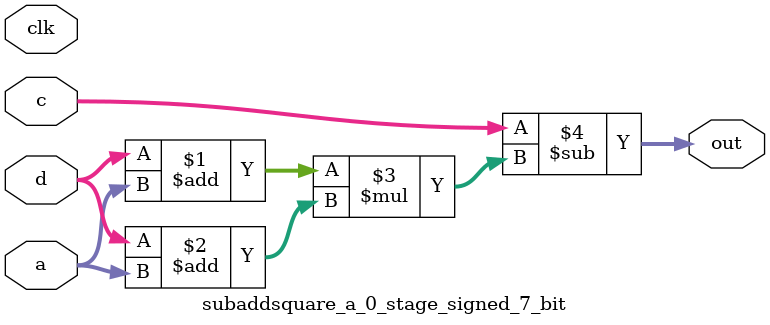
<source format=sv>
(* use_dsp = "yes" *) module subaddsquare_a_0_stage_signed_7_bit(
	input signed [6:0] a,
	input signed [6:0] c,
	input signed [6:0] d,
	output [6:0] out,
	input clk);

	assign out = c - ((d + a) * (d + a));
endmodule

</source>
